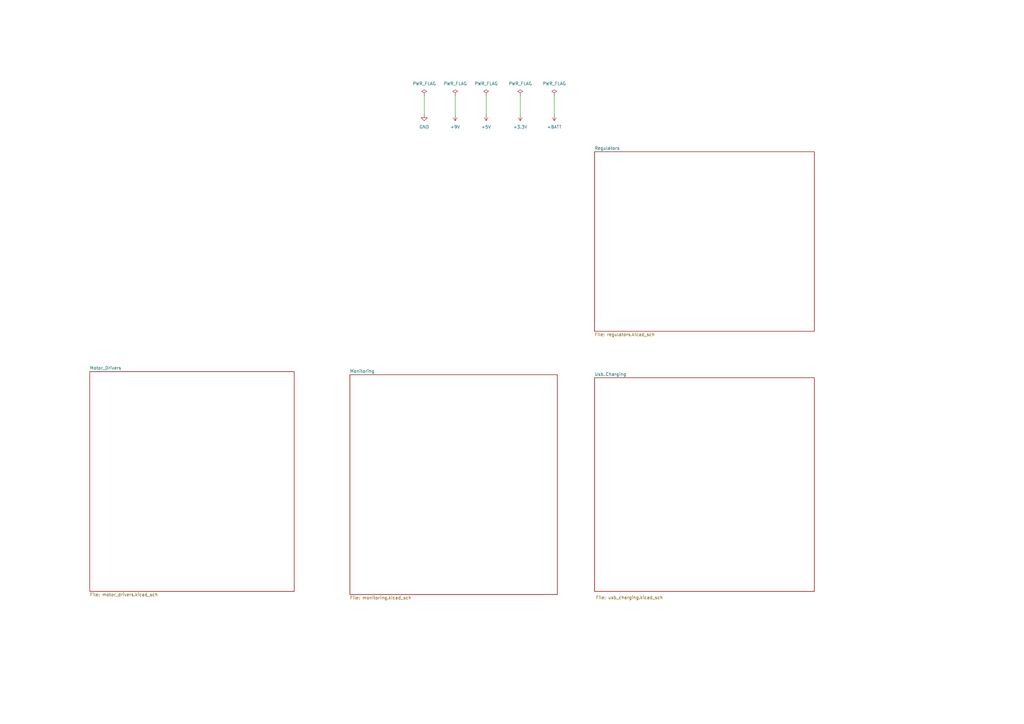
<source format=kicad_sch>
(kicad_sch (version 20231120) (generator "eeschema") (generator_version "8.0")
  (paper "A3")
  (title_block (title "Power Module") (date "2025-03-23") (rev "1") (company "University Of Cape Town") (comment 4 "Author: Khanzi Olwethu[KHNOLW003], Athenkosi Khonzani[KHNATH002]"))
  (lib_symbols
    (symbol "power:+3.3V" (power) (pin_numbers hide) (pin_names (offset 0) hide)
      (property "Value" "+3.3V" (at 0 3.556 0))
      (symbol "+3.3V_0_1"
        (polyline (pts (xy -0.762 1.27) (xy 0 2.54)))
        (polyline (pts (xy 0 0) (xy 0 2.54)))
        (polyline (pts (xy 0 2.54) (xy 0.762 1.27)))
      )
      (symbol "+3.3V_1_1"
        (pin power_in line (at 0 0 90) (length 0) (name "~") (number "1"))
      )
    )
    (symbol "power:+5V" (power) (pin_numbers hide) (pin_names (offset 0) hide)
      (property "Value" "+5V" (at 0 3.556 0))
      (symbol "+5V_0_1"
        (polyline (pts (xy -0.762 1.27) (xy 0 2.54)))
        (polyline (pts (xy 0 0) (xy 0 2.54)))
        (polyline (pts (xy 0 2.54) (xy 0.762 1.27)))
      )
      (symbol "+5V_1_1"
        (pin power_in line (at 0 0 90) (length 0) (name "~") (number "1"))
      )
    )
    (symbol "power:+9V" (power) (pin_numbers hide) (pin_names (offset 0) hide)
      (property "Value" "+9V" (at 0 3.556 0))
      (symbol "+9V_0_1"
        (polyline (pts (xy -0.762 1.27) (xy 0 2.54)))
        (polyline (pts (xy 0 0) (xy 0 2.54)))
        (polyline (pts (xy 0 2.54) (xy 0.762 1.27)))
      )
      (symbol "+9V_1_1"
        (pin power_in line (at 0 0 90) (length 0) (name "~") (number "1"))
      )
    )
    (symbol "power:+BATT" (power) (pin_numbers hide) (pin_names (offset 0) hide)
      (property "Value" "+BATT" (at 0 3.556 0))
      (symbol "+BATT_0_1"
        (polyline (pts (xy -0.762 1.27) (xy 0 2.54)))
        (polyline (pts (xy 0 0) (xy 0 2.54)))
        (polyline (pts (xy 0 2.54) (xy 0.762 1.27)))
      )
      (symbol "+BATT_1_1"
        (pin power_in line (at 0 0 90) (length 0) (name "~") (number "1"))
      )
    )
    (symbol "power:GND" (power) (pin_numbers hide) (pin_names (offset 0) hide)
      (property "Value" "GND" (at 0 -3.81 0))
      (symbol "GND_0_1"
        (polyline (pts (xy 0 0) (xy 0 -1.27) (xy 1.27 -1.27) (xy 0 -2.54) (xy -1.27 -1.27) (xy 0 -1.27)))
      )
      (symbol "GND_1_1"
        (pin power_in line (at 0 0 270) (length 0) (name "~") (number "1"))
      )
    )
    (symbol "power:PWR_FLAG" (power) (pin_numbers hide) (pin_names (offset 0) hide)
      (property "Value" "PWR_FLAG" (at 0 3.81 0))
      (symbol "PWR_FLAG_0_0"
        (pin power_out line (at 0 0 90) (length 0) (name "~") (number "1"))
      )
      (symbol "PWR_FLAG_0_1"
        (polyline (pts (xy 0 0) (xy 0 1.27) (xy -1.016 1.905) (xy 0 2.54) (xy 1.016 1.905) (xy 0 1.27)))
      )
    )
  )
  (wire (pts (xy 227.33 39.37) (xy 227.33 46.99)))
  (wire (pts (xy 186.69 39.37) (xy 186.69 46.99)))
  (wire (pts (xy 199.39 39.37) (xy 199.39 46.99)))
  (wire (pts (xy 213.36 39.37) (xy 213.36 46.99)))
  (wire (pts (xy 173.99 39.37) (xy 173.99 46.99)))
  (symbol (lib_id "power:+3.3V") (at 213.36 46.99 180) (unit 1)
    (property "Reference" "#PWR01" (effects (hide yes)))
    (property "Value" "+3.3V" (at 213.36 52.07 0))
    (property "Description" "Power symbol creates a global label with name \"+3.3V\"" (effects (hide yes)))
  )
  (symbol (lib_id "power:+BATT") (at 227.33 46.99 180) (unit 1)
    (property "Reference" "#PWR08" (effects (hide yes)))
    (property "Value" "+BATT" (at 227.33 52.07 0))
    (property "Description" "Power symbol creates a global label with name \"+BATT\"" (effects (hide yes)))
  )
  (symbol (lib_id "power:+9V") (at 186.69 46.99 180) (unit 1)
    (property "Reference" "#PWR03" (effects (hide yes)))
    (property "Value" "+9V" (at 186.69 52.07 0))
    (property "Description" "Power symbol creates a global label with name \"+9V\"" (effects (hide yes)))
  )
  (symbol (lib_id "power:PWR_FLAG") (at 186.69 39.37 0) (unit 1)
    (property "Reference" "#FLG02" (effects (hide yes)))
    (property "Value" "PWR_FLAG" (at 186.69 34.29 0))
    (property "Description" "Special symbol for telling ERC where power comes from" (effects (hide yes)))
  )
  (symbol (lib_id "power:PWR_FLAG") (at 199.39 39.37 0) (unit 1)
    (property "Reference" "#FLG03" (effects (hide yes)))
    (property "Value" "PWR_FLAG" (at 199.39 34.29 0))
    (property "Description" "Special symbol for telling ERC where power comes from" (effects (hide yes)))
  )
  (symbol (lib_id "power:PWR_FLAG") (at 213.36 39.37 0) (unit 1)
    (property "Reference" "#FLG04" (effects (hide yes)))
    (property "Value" "PWR_FLAG" (at 213.36 34.29 0))
    (property "Description" "Special symbol for telling ERC where power comes from" (effects (hide yes)))
  )
  (symbol (lib_id "power:PWR_FLAG") (at 227.33 39.37 0) (unit 1)
    (property "Reference" "#FLG05" (effects (hide yes)))
    (property "Value" "PWR_FLAG" (at 227.33 34.29 0))
    (property "Description" "Special symbol for telling ERC where power comes from" (effects (hide yes)))
  )
  (symbol (lib_id "power:GND") (at 173.99 46.99 0) (unit 1)
    (property "Reference" "#PWR04" (effects (hide yes)))
    (property "Value" "GND" (at 173.99 52.07 0))
    (property "Description" "Power symbol creates a global label with name \"GND\" , ground" (effects (hide yes)))
  )
  (symbol (lib_id "power:+5V") (at 199.39 46.99 180) (unit 1)
    (property "Reference" "#PWR02" (effects (hide yes)))
    (property "Value" "+5V" (at 199.39 52.07 0))
    (property "Description" "Power symbol creates a global label with name \"+5V\"" (effects (hide yes)))
  )
  (symbol (lib_id "power:PWR_FLAG") (at 173.99 39.37 0) (unit 1)
    (property "Reference" "#FLG01" (effects (hide yes)))
    (property "Value" "PWR_FLAG" (at 173.99 34.29 0))
    (property "Description" "Special symbol for telling ERC where power comes from" (effects (hide yes)))
  )
  (sheet (at 36.83 152.4) (size 83.82 90.17) (stroke (width 0.1524))
    (property "Sheetname" "Motor_Drivers" (at 36.83 151.6884 0) (effects (justify left bottom)))
    (property "Sheetfile" "motor_drivers.kicad_sch" (at 36.83 243.1546 0) (effects (justify left top)))
  )
  (sheet (at 243.84 154.94) (size 90.17 87.63) (stroke (width 0.1524))
    (property "Sheetname" "Usb_Charging" (at 243.84 154.2284 0) (effects (justify left bottom)))
    (property "Sheetfile" "usb_charging.kicad_sch" (at 244.348 244.348 0) (effects (justify left top)))
  )
  (sheet (at 243.84 62.23) (size 90.17 73.66) (stroke (width 0.1524))
    (property "Sheetname" "Regulators" (at 243.84 61.5184 0) (effects (justify left bottom)))
    (property "Sheetfile" "regulators.kicad_sch" (at 243.84 136.4746 0) (effects (justify left top)))
  )
  (sheet (at 143.51 153.67) (size 85.09 90.17) (stroke (width 0.1524))
    (property "Sheetname" "Monitoring" (at 143.51 152.9584 0) (effects (justify left bottom)))
    (property "Sheetfile" "monitoring.kicad_sch" (at 143.51 244.4246 0) (effects (justify left top)))
  )
)
</source>
